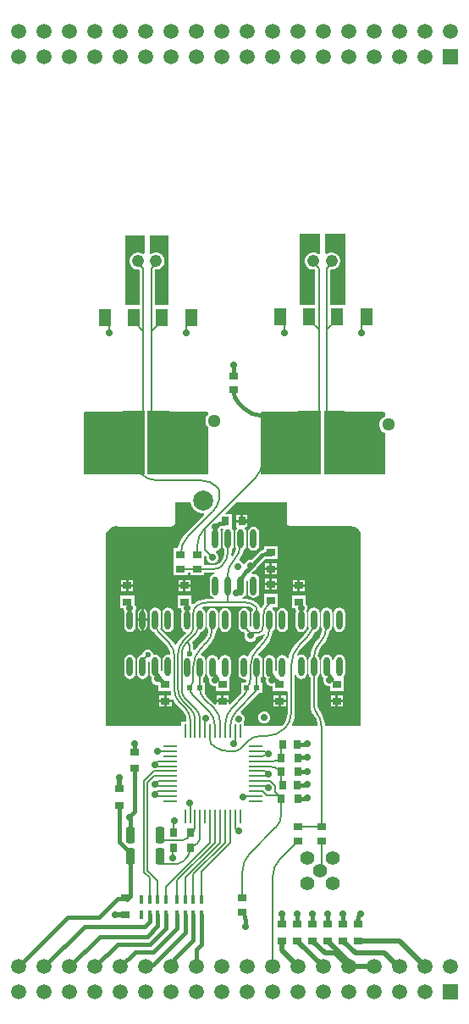
<source format=gtl>
G04*
G04 #@! TF.GenerationSoftware,Altium Limited,Altium Designer,21.8.1 (53)*
G04*
G04 Layer_Physical_Order=1*
G04 Layer_Color=255*
%FSLAX24Y24*%
%MOIN*%
G70*
G04*
G04 #@! TF.SameCoordinates,EDC69185-3C86-4443-AEAC-3931C59231B4*
G04*
G04*
G04 #@! TF.FilePolarity,Positive*
G04*
G01*
G75*
%ADD11C,0.0157*%
%ADD14C,0.0079*%
%ADD15C,0.0060*%
%ADD23R,0.0090X0.0535*%
%ADD24R,0.0535X0.0090*%
%ADD31C,0.0080*%
%ADD32C,0.0080*%
%ADD33O,0.0236X0.0748*%
%ADD34R,0.0354X0.0315*%
%ADD35R,0.0315X0.0354*%
G04:AMPARAMS|DCode=36|XSize=65mil|YSize=35.4mil|CornerRadius=8.9mil|HoleSize=0mil|Usage=FLASHONLY|Rotation=270.000|XOffset=0mil|YOffset=0mil|HoleType=Round|Shape=RoundedRectangle|*
%AMROUNDEDRECTD36*
21,1,0.0650,0.0177,0,0,270.0*
21,1,0.0472,0.0354,0,0,270.0*
1,1,0.0177,-0.0089,-0.0236*
1,1,0.0177,-0.0089,0.0236*
1,1,0.0177,0.0089,0.0236*
1,1,0.0177,0.0089,-0.0236*
%
%ADD36ROUNDEDRECTD36*%
%ADD37R,0.0177X0.0335*%
%ADD38R,0.0236X0.0197*%
%ADD39R,0.0453X0.0709*%
%ADD40C,0.0197*%
%ADD41C,0.0591*%
%ADD42R,0.0591X0.0591*%
%ADD43C,0.0551*%
%ADD44C,0.0478*%
%ADD45C,0.0276*%
%ADD46C,0.0236*%
%ADD47C,0.0787*%
%ADD48C,0.0512*%
G36*
X-4511Y10360D02*
X-4558Y10341D01*
X-4560Y10344D01*
X-4638Y10388D01*
X-4724Y10411D01*
X-4813D01*
X-4899Y10388D01*
X-4977Y10344D01*
X-5040Y10281D01*
X-5084Y10203D01*
X-5107Y10117D01*
Y10028D01*
X-5084Y9942D01*
X-5040Y9864D01*
X-4977Y9801D01*
X-4899Y9757D01*
X-4813Y9733D01*
X-4725D01*
X-4704Y9713D01*
Y8334D01*
X-5274D01*
X-5274Y8334D01*
Y8334D01*
X-5274Y8334D01*
X-5318Y8347D01*
Y11130D01*
X-4511D01*
Y10360D01*
D02*
G37*
G36*
X-11418D02*
X-11465Y10341D01*
X-11467Y10344D01*
X-11545Y10388D01*
X-11631Y10411D01*
X-11720D01*
X-11806Y10388D01*
X-11884Y10344D01*
X-11947Y10281D01*
X-11991Y10203D01*
X-12015Y10117D01*
Y10028D01*
X-11991Y9942D01*
X-11947Y9864D01*
X-11884Y9801D01*
X-11806Y9757D01*
X-11720Y9733D01*
X-11632D01*
X-11611Y9713D01*
Y8330D01*
X-12169D01*
Y11080D01*
X-11418D01*
Y10360D01*
D02*
G37*
G36*
X-3519Y8378D02*
X-3533Y8334D01*
X-4103D01*
Y9722D01*
X-4091Y9733D01*
X-4017D01*
X-3931Y9757D01*
X-3853Y9801D01*
X-3790Y9864D01*
X-3746Y9942D01*
X-3722Y10028D01*
Y10117D01*
X-3746Y10203D01*
X-3790Y10281D01*
X-3853Y10344D01*
X-3931Y10388D01*
X-4017Y10411D01*
X-4106D01*
X-4192Y10388D01*
X-4261Y10348D01*
X-4311Y10365D01*
Y10680D01*
Y11130D01*
X-3519D01*
Y8378D01*
D02*
G37*
G36*
X-10468Y8330D02*
X-11010D01*
Y9722D01*
X-10998Y9733D01*
X-10924D01*
X-10838Y9757D01*
X-10760Y9801D01*
X-10697Y9864D01*
X-10653Y9942D01*
X-10630Y10028D01*
Y10117D01*
X-10653Y10203D01*
X-10697Y10281D01*
X-10760Y10344D01*
X-10838Y10388D01*
X-10924Y10411D01*
X-11013D01*
X-11099Y10388D01*
X-11169Y10348D01*
X-11219Y10365D01*
Y10680D01*
Y11080D01*
X-10468D01*
Y8330D01*
D02*
G37*
G36*
X-4463Y1680D02*
X-6861D01*
Y4093D01*
X-6818Y4127D01*
X-6771D01*
X-6769Y4126D01*
Y4127D01*
X-5619D01*
Y4126D01*
X-5616Y4127D01*
X-5569D01*
X-5554Y4130D01*
X-5539D01*
X-5493Y4139D01*
X-5491Y4139D01*
X-5489Y4140D01*
X-5443Y4149D01*
X-5429Y4155D01*
X-5414Y4157D01*
X-5371Y4175D01*
X-5369Y4176D01*
X-5367Y4177D01*
X-5361Y4180D01*
X-4463D01*
Y1680D01*
D02*
G37*
G36*
X-11420Y1681D02*
X-11422Y1680D01*
X-13819D01*
Y4097D01*
X-13816Y4101D01*
X-13769Y4134D01*
X-13748Y4130D01*
X-13733D01*
X-13718Y4127D01*
X-13671D01*
X-13669Y4126D01*
Y4127D01*
X-12519D01*
Y4126D01*
X-12516Y4127D01*
X-12469D01*
X-12454Y4130D01*
X-12439D01*
X-12393Y4139D01*
X-12391Y4139D01*
X-12389Y4140D01*
X-12343Y4149D01*
X-12329Y4155D01*
X-12314Y4157D01*
X-12271Y4175D01*
X-12269Y4176D01*
X-12267Y4177D01*
X-12261Y4180D01*
X-11420D01*
Y1681D01*
D02*
G37*
G36*
X-3570Y4177D02*
X-3568Y4176D01*
X-3566Y4175D01*
X-3523Y4157D01*
X-3508Y4155D01*
X-3494Y4149D01*
X-3448Y4140D01*
X-3446Y4139D01*
X-3444Y4139D01*
X-3398Y4130D01*
X-3383D01*
X-3368Y4127D01*
X-3321D01*
X-3318Y4126D01*
Y4127D01*
X-2168D01*
Y4126D01*
X-2166Y4127D01*
X-2119D01*
X-2104Y4130D01*
X-2089D01*
X-2043Y4139D01*
X-2041Y4139D01*
X-2039Y4140D01*
X-2011Y4145D01*
X-1971Y4120D01*
X-1962Y4108D01*
X-1961Y4107D01*
Y3958D01*
X-2037Y3914D01*
X-2103Y3848D01*
X-2150Y3767D01*
X-2174Y3676D01*
Y3583D01*
X-2150Y3492D01*
X-2103Y3411D01*
X-2037Y3345D01*
X-1961Y3301D01*
Y1680D01*
X-4361D01*
Y4180D01*
X-3576D01*
X-3570Y4177D01*
D02*
G37*
G36*
X-10470D02*
X-10468Y4176D01*
X-10466Y4175D01*
X-10423Y4157D01*
X-10408Y4155D01*
X-10394Y4149D01*
X-10348Y4140D01*
X-10346Y4139D01*
X-10344Y4139D01*
X-10298Y4130D01*
X-10283D01*
X-10268Y4127D01*
X-10221D01*
X-10218Y4126D01*
Y4127D01*
X-9068D01*
Y4126D01*
X-9066Y4127D01*
X-9019D01*
X-9004Y4130D01*
X-8989D01*
X-8969Y4134D01*
X-8921Y4101D01*
X-8918Y4097D01*
Y4033D01*
X-8953Y3998D01*
X-9000Y3917D01*
X-9024Y3826D01*
Y3733D01*
X-9000Y3642D01*
X-8953Y3561D01*
X-8918Y3526D01*
Y1680D01*
X-11315D01*
X-11319Y1681D01*
Y4180D01*
X-10476D01*
X-10470Y4177D01*
D02*
G37*
G36*
X-9612Y565D02*
X-9579Y439D01*
X-9514Y326D01*
X-9422Y234D01*
X-9309Y169D01*
X-9183Y136D01*
X-9085D01*
X-9064Y86D01*
X-9807Y-657D01*
X-9808Y-657D01*
X-9924Y-793D01*
X-10018Y-946D01*
X-10087Y-1112D01*
X-10118Y-1241D01*
X-10276D01*
Y-1756D01*
X-10276D01*
Y-1793D01*
X-10276D01*
Y-2307D01*
X-9722D01*
Y-2193D01*
X-9626D01*
Y-2307D01*
X-9072D01*
Y-2193D01*
X-8681D01*
Y-2193D01*
X-8681Y-2193D01*
X-8674Y-2242D01*
X-8719Y-2251D01*
X-8791Y-2299D01*
X-8839Y-2372D01*
X-8856Y-2457D01*
Y-2968D01*
X-8839Y-3054D01*
X-8791Y-3126D01*
X-8719Y-3174D01*
X-8680Y-3182D01*
X-8685Y-3232D01*
X-8966D01*
Y-3230D01*
X-9128Y-3246D01*
X-9283Y-3293D01*
X-9426Y-3370D01*
X-9448Y-3388D01*
X-9486Y-3418D01*
X-9499Y-3425D01*
X-9506Y-3434D01*
X-9568Y-3433D01*
X-9572Y-3430D01*
Y-3090D01*
X-10126D01*
Y-3605D01*
X-9987D01*
Y-3636D01*
X-9953Y-3718D01*
X-9955Y-3721D01*
X-9972Y-3806D01*
Y-4318D01*
X-9955Y-4403D01*
X-9906Y-4475D01*
X-9834Y-4524D01*
X-9804Y-4530D01*
X-9787Y-4584D01*
X-10004Y-4801D01*
X-10004Y-4801D01*
X-10005Y-4800D01*
X-10106Y-4923D01*
X-10167Y-5037D01*
X-10224D01*
X-10245Y-4998D01*
X-10347Y-4873D01*
X-10347Y-4873D01*
X-10384Y-4838D01*
X-10723Y-4498D01*
X-10723Y-4498D01*
X-10724Y-4498D01*
X-10728Y-4495D01*
X-10797Y-4405D01*
X-10800Y-4399D01*
X-10794Y-4390D01*
X-10777Y-4305D01*
Y-3793D01*
X-10794Y-3708D01*
X-10842Y-3636D01*
X-10914Y-3588D01*
X-10999Y-3571D01*
X-11084Y-3588D01*
X-11156Y-3636D01*
X-11205Y-3708D01*
X-11222Y-3793D01*
Y-4305D01*
X-11205Y-4390D01*
X-11156Y-4462D01*
X-11084Y-4511D01*
X-11057Y-4516D01*
X-11018Y-4589D01*
X-10957Y-4663D01*
X-10926Y-4700D01*
X-10926Y-4701D01*
X-10925Y-4700D01*
X-10585Y-5041D01*
X-10550Y-5075D01*
X-10519Y-5112D01*
X-10462Y-5186D01*
X-10408Y-5317D01*
X-10398Y-5393D01*
X-10443Y-5432D01*
X-10499Y-5421D01*
X-10584Y-5438D01*
X-10656Y-5486D01*
X-10705Y-5559D01*
X-10722Y-5644D01*
Y-6046D01*
X-10772Y-6069D01*
X-10777Y-6064D01*
Y-5644D01*
X-10794Y-5559D01*
X-10842Y-5486D01*
X-10914Y-5438D01*
X-10999Y-5421D01*
X-11029Y-5427D01*
X-11068Y-5396D01*
Y-5393D01*
X-11101Y-5312D01*
X-11163Y-5251D01*
X-11243Y-5218D01*
X-11330D01*
X-11410Y-5251D01*
X-11471Y-5312D01*
X-11504Y-5393D01*
Y-5422D01*
X-11584Y-5438D01*
X-11656Y-5486D01*
X-11705Y-5559D01*
X-11722Y-5644D01*
Y-6156D01*
X-11705Y-6241D01*
X-11656Y-6313D01*
X-11584Y-6361D01*
X-11499Y-6378D01*
X-11414Y-6361D01*
X-11342Y-6313D01*
X-11294Y-6241D01*
X-11277Y-6156D01*
Y-5686D01*
X-11272Y-5684D01*
X-11222Y-5717D01*
Y-6156D01*
X-11205Y-6241D01*
X-11156Y-6313D01*
X-11137Y-6326D01*
X-11137Y-6327D01*
Y-6422D01*
X-11101Y-6509D01*
X-11034Y-6576D01*
X-10947Y-6612D01*
X-10876D01*
Y-6859D01*
X-10386D01*
X-10376Y-6965D01*
X-10369Y-6988D01*
X-10406Y-7038D01*
X-10545D01*
Y-7205D01*
X-10358D01*
Y-7179D01*
X-10308Y-7167D01*
X-10237Y-7299D01*
X-10153Y-7401D01*
X-10123Y-7439D01*
X-10122Y-7439D01*
X-10121Y-7438D01*
X-9892Y-7667D01*
X-9892Y-7667D01*
X-9892Y-7667D01*
X-9862Y-7705D01*
X-9825Y-7753D01*
X-9783Y-7853D01*
X-9769Y-7957D01*
X-9770Y-7961D01*
Y-8057D01*
X-9969D01*
Y-8224D01*
X-12946D01*
Y-724D01*
X-12945Y-707D01*
X-12940Y-669D01*
X-12931Y-620D01*
X-12921Y-596D01*
X-12724Y-399D01*
X-12700Y-389D01*
X-12650Y-379D01*
X-12613Y-374D01*
X-12595Y-373D01*
X-12485D01*
X-12465Y-377D01*
X-12465Y-377D01*
Y-377D01*
X-10372D01*
X-10372Y-377D01*
X-10372Y-377D01*
X-10345Y-372D01*
X-10343Y-372D01*
X-10313Y-366D01*
X-10313Y-366D01*
X-10312Y-365D01*
X-10312Y-365D01*
X-10312Y-365D01*
X-10312Y-365D01*
X-10312Y-365D01*
X-10288Y-349D01*
X-10262Y-332D01*
X-10262Y-332D01*
X-10262Y-332D01*
X-10262Y-332D01*
X-10261Y-331D01*
X-10261Y-331D01*
X-10261Y-331D01*
X-10245Y-307D01*
X-10228Y-281D01*
X-10228Y-281D01*
X-10227Y-281D01*
X-10227Y-280D01*
X-10227Y-280D01*
X-10227Y-280D01*
X-10227Y-280D01*
X-10221Y-250D01*
X-10221Y-249D01*
X-10216Y-221D01*
X-10215Y-220D01*
X-10216D01*
Y176D01*
Y576D01*
X-10212Y580D01*
X-9612D01*
Y565D01*
D02*
G37*
G36*
X-8326Y-501D02*
X-8339Y-521D01*
X-8356Y-606D01*
Y-1118D01*
X-8339Y-1203D01*
X-8291Y-1275D01*
X-8276Y-1285D01*
Y-1354D01*
X-8276Y-1357D01*
X-8288Y-1482D01*
X-8326Y-1606D01*
X-8387Y-1720D01*
X-8467Y-1818D01*
X-8469Y-1820D01*
X-8470Y-1820D01*
X-8531Y-1867D01*
X-8604Y-1897D01*
X-8680Y-1907D01*
X-8681Y-1907D01*
X-9072D01*
Y-1793D01*
X-9072D01*
Y-1756D01*
X-9072D01*
Y-1545D01*
X-9026Y-1526D01*
X-8988Y-1564D01*
Y-1647D01*
X-8952Y-1735D01*
X-8885Y-1802D01*
X-8797Y-1838D01*
X-8703D01*
X-8615Y-1802D01*
X-8548Y-1735D01*
X-8512Y-1647D01*
Y-1553D01*
X-8548Y-1465D01*
X-8615Y-1398D01*
X-8618Y-1388D01*
X-8581Y-1330D01*
X-8549Y-1324D01*
X-8476Y-1275D01*
X-8428Y-1203D01*
X-8411Y-1118D01*
Y-606D01*
X-8428Y-521D01*
X-8437Y-508D01*
X-8415Y-455D01*
X-8411Y-451D01*
X-8352D01*
X-8326Y-501D01*
D02*
G37*
G36*
X-5821Y576D02*
Y180D01*
Y-220D01*
X-5810Y-279D01*
X-5777Y-329D01*
X-5727Y-362D01*
X-5669Y-373D01*
X-3253D01*
X-3236Y-374D01*
X-3198Y-379D01*
X-3149Y-389D01*
X-3086Y-415D01*
X-3044Y-443D01*
X-3023Y-459D01*
X-2988Y-495D01*
X-2972Y-515D01*
X-2944Y-557D01*
X-2918Y-620D01*
X-2908Y-670D01*
X-2903Y-707D01*
X-2902Y-724D01*
Y-8224D01*
X-4311D01*
X-4320Y-8110D01*
X-4362Y-7935D01*
X-4430Y-7769D01*
X-4524Y-7617D01*
X-4551Y-7585D01*
X-4555Y-7579D01*
X-4582Y-7540D01*
X-4594Y-7522D01*
X-4607Y-7458D01*
X-4607Y-7455D01*
Y-6322D01*
X-4592Y-6313D01*
X-4544Y-6241D01*
X-4527Y-6156D01*
Y-5644D01*
X-4544Y-5559D01*
X-4592Y-5486D01*
X-4603Y-5479D01*
X-4594Y-5389D01*
X-4553Y-5255D01*
X-4488Y-5132D01*
X-4430Y-5063D01*
X-4397Y-5026D01*
X-4397Y-5026D01*
X-4284Y-4888D01*
X-4200Y-4731D01*
X-4148Y-4560D01*
X-4142Y-4496D01*
X-4092Y-4462D01*
X-4044Y-4390D01*
X-4027Y-4305D01*
Y-3793D01*
X-4044Y-3708D01*
X-4092Y-3636D01*
X-4164Y-3588D01*
X-4249Y-3571D01*
X-4334Y-3588D01*
X-4406Y-3636D01*
X-4455Y-3708D01*
X-4472Y-3793D01*
Y-4305D01*
X-4455Y-4390D01*
X-4422Y-4439D01*
X-4429Y-4504D01*
X-4464Y-4622D01*
X-4522Y-4729D01*
X-4568Y-4786D01*
X-4602Y-4822D01*
X-4602Y-4822D01*
X-4726Y-4973D01*
X-4818Y-5146D01*
X-4875Y-5333D01*
X-4889Y-5475D01*
X-4906Y-5486D01*
X-4955Y-5559D01*
X-4972Y-5644D01*
Y-6156D01*
X-4955Y-6241D01*
X-4906Y-6313D01*
X-4892Y-6322D01*
Y-7455D01*
X-4893D01*
X-4877Y-7574D01*
X-4831Y-7686D01*
X-4804Y-7722D01*
X-4802Y-7724D01*
X-4805Y-7726D01*
X-4735Y-7811D01*
X-4655Y-7960D01*
X-4607Y-8121D01*
X-4600Y-8187D01*
X-4634Y-8224D01*
X-5597D01*
X-5622Y-8182D01*
X-5580Y-8103D01*
X-5524Y-7916D01*
X-5504Y-7721D01*
X-5507D01*
Y-6236D01*
X-5457Y-6231D01*
X-5455Y-6241D01*
X-5406Y-6313D01*
X-5334Y-6361D01*
X-5249Y-6378D01*
X-5164Y-6361D01*
X-5092Y-6313D01*
X-5044Y-6241D01*
X-5027Y-6156D01*
Y-5644D01*
X-5044Y-5559D01*
X-5092Y-5486D01*
X-5164Y-5438D01*
X-5249Y-5421D01*
X-5334Y-5438D01*
X-5374Y-5465D01*
X-5412Y-5430D01*
X-5336Y-5287D01*
X-5213Y-5138D01*
X-5205Y-5132D01*
X-4941Y-4868D01*
X-4941Y-4869D01*
X-4824Y-4732D01*
X-4730Y-4579D01*
X-4705Y-4519D01*
X-4664Y-4511D01*
X-4592Y-4462D01*
X-4544Y-4390D01*
X-4527Y-4305D01*
Y-3793D01*
X-4544Y-3708D01*
X-4592Y-3636D01*
X-4664Y-3588D01*
X-4749Y-3571D01*
X-4834Y-3588D01*
X-4906Y-3636D01*
X-4955Y-3708D01*
X-4972Y-3793D01*
Y-4305D01*
X-4955Y-4388D01*
X-4955Y-4389D01*
X-5035Y-4538D01*
X-5138Y-4663D01*
X-5143Y-4666D01*
X-5407Y-4931D01*
X-5407Y-4931D01*
X-5408Y-4930D01*
X-5542Y-5087D01*
X-5650Y-5262D01*
X-5729Y-5453D01*
X-5752Y-5547D01*
X-5805Y-5555D01*
X-5842Y-5499D01*
X-5914Y-5451D01*
X-5999Y-5434D01*
X-6084Y-5451D01*
X-6156Y-5499D01*
X-6205Y-5572D01*
X-6222Y-5657D01*
Y-6052D01*
X-6272Y-6075D01*
X-6277Y-6071D01*
Y-5657D01*
X-6294Y-5572D01*
X-6342Y-5499D01*
X-6414Y-5451D01*
X-6499Y-5434D01*
X-6584Y-5451D01*
X-6656Y-5499D01*
X-6705Y-5572D01*
X-6722Y-5657D01*
Y-6169D01*
X-6705Y-6254D01*
X-6656Y-6326D01*
X-6625Y-6347D01*
X-6637Y-6377D01*
Y-6472D01*
X-6601Y-6559D01*
X-6534Y-6626D01*
X-6447Y-6662D01*
X-6376D01*
Y-6859D01*
X-5822D01*
X-5792Y-6897D01*
Y-7721D01*
X-5791Y-7725D01*
X-5804Y-7860D01*
X-5845Y-7993D01*
X-5911Y-8116D01*
X-5968Y-8187D01*
X-6000Y-8224D01*
X-6000Y-8224D01*
X-6001Y-8224D01*
X-7514D01*
Y-8100D01*
X-7498Y-8085D01*
X-7462Y-7997D01*
Y-7903D01*
X-7498Y-7815D01*
X-7565Y-7748D01*
X-7627Y-7723D01*
X-7628Y-7722D01*
X-7639Y-7666D01*
X-7010Y-7037D01*
X-6974Y-7002D01*
X-6963Y-6989D01*
X-6958Y-6981D01*
X-6958Y-6981D01*
X-6954Y-6976D01*
X-6945Y-6964D01*
X-6913Y-6923D01*
X-6784D01*
Y-6526D01*
X-6857D01*
Y-6335D01*
X-6842Y-6326D01*
X-6794Y-6254D01*
X-6777Y-6169D01*
Y-5657D01*
X-6794Y-5572D01*
X-6842Y-5499D01*
X-6914Y-5451D01*
X-6933Y-5447D01*
X-6949Y-5393D01*
X-6861Y-5286D01*
X-6855Y-5282D01*
X-6684Y-5111D01*
X-6647Y-5077D01*
X-6647Y-5077D01*
X-6523Y-4925D01*
X-6430Y-4753D01*
X-6374Y-4566D01*
X-6366Y-4492D01*
X-6342Y-4475D01*
X-6294Y-4403D01*
X-6277Y-4318D01*
Y-3806D01*
X-6294Y-3721D01*
X-6342Y-3649D01*
X-6368Y-3631D01*
X-6379Y-3564D01*
X-6371Y-3555D01*
X-6172D01*
Y-3040D01*
X-6726D01*
Y-3436D01*
X-6758Y-3475D01*
X-6815Y-3580D01*
X-6866Y-3571D01*
X-6867Y-3564D01*
X-6899Y-3488D01*
X-6948Y-3424D01*
X-6948Y-3424D01*
X-6948Y-3423D01*
X-7047Y-3342D01*
X-7161Y-3281D01*
X-7284Y-3244D01*
X-7411Y-3231D01*
Y-3232D01*
X-7583D01*
X-7588Y-3182D01*
X-7549Y-3174D01*
X-7476Y-3126D01*
X-7428Y-3054D01*
X-7411Y-2968D01*
Y-2518D01*
X-7406Y-2513D01*
X-7356Y-2534D01*
Y-2968D01*
X-7339Y-3054D01*
X-7291Y-3126D01*
X-7219Y-3174D01*
X-7134Y-3191D01*
X-7049Y-3174D01*
X-6976Y-3126D01*
X-6928Y-3054D01*
X-6911Y-2968D01*
Y-2457D01*
X-6928Y-2372D01*
X-6976Y-2299D01*
X-7049Y-2251D01*
X-7134Y-2234D01*
X-7192Y-2246D01*
X-7217Y-2200D01*
X-7163Y-2146D01*
X-7115Y-2126D01*
X-7048Y-2059D01*
X-7027Y-2010D01*
X-6676Y-1659D01*
X-6172D01*
Y-1144D01*
X-6726D01*
Y-1283D01*
X-6735Y-1284D01*
X-6839Y-1327D01*
X-6928Y-1395D01*
X-6928Y-1396D01*
X-7219Y-1687D01*
X-7297D01*
X-7384Y-1723D01*
X-7451Y-1790D01*
X-7478Y-1855D01*
X-7532D01*
X-7548Y-1815D01*
X-7615Y-1748D01*
X-7667Y-1727D01*
X-7682Y-1666D01*
X-7673Y-1655D01*
X-7580Y-1482D01*
X-7528Y-1310D01*
X-7476Y-1275D01*
X-7428Y-1203D01*
X-7411Y-1118D01*
Y-606D01*
X-7428Y-521D01*
X-7473Y-454D01*
X-7461Y-404D01*
X-7370D01*
Y-217D01*
X-7588D01*
X-7805D01*
Y-404D01*
X-7805D01*
X-7794Y-454D01*
X-7839Y-521D01*
X-7856Y-606D01*
Y-1118D01*
X-7839Y-1203D01*
X-7808Y-1250D01*
X-7845Y-1373D01*
X-7911Y-1496D01*
X-7952Y-1547D01*
X-8003Y-1538D01*
X-8007Y-1534D01*
X-7989Y-1354D01*
X-7991D01*
Y-1285D01*
X-7976Y-1275D01*
X-7928Y-1203D01*
X-7911Y-1118D01*
Y-606D01*
X-7928Y-521D01*
X-7976Y-449D01*
X-7984Y-444D01*
Y107D01*
X-8224D01*
X-8243Y153D01*
X-7817Y580D01*
X-5825D01*
X-5821Y576D01*
D02*
G37*
G36*
X-8966Y-3517D02*
X-7411D01*
X-7409Y-3517D01*
X-7315Y-3529D01*
X-7226Y-3566D01*
X-7188Y-3595D01*
X-7177Y-3604D01*
X-7156Y-3649D01*
X-7205Y-3721D01*
X-7222Y-3806D01*
Y-4287D01*
X-7223Y-4289D01*
X-7272Y-4311D01*
X-7277Y-4307D01*
Y-3806D01*
X-7294Y-3721D01*
X-7342Y-3649D01*
X-7414Y-3601D01*
X-7499Y-3584D01*
X-7584Y-3601D01*
X-7656Y-3649D01*
X-7705Y-3721D01*
X-7722Y-3806D01*
Y-4318D01*
X-7705Y-4403D01*
X-7656Y-4475D01*
X-7584Y-4524D01*
X-7502Y-4540D01*
X-7472Y-4579D01*
X-7477Y-4604D01*
X-7487Y-4627D01*
Y-4722D01*
X-7451Y-4809D01*
X-7384Y-4876D01*
X-7297Y-4912D01*
X-7202D01*
X-7115Y-4876D01*
X-7048Y-4809D01*
X-7011Y-4722D01*
Y-4716D01*
X-6909Y-4702D01*
X-6794Y-4654D01*
X-6737Y-4611D01*
X-6694Y-4641D01*
X-6695Y-4643D01*
X-6761Y-4766D01*
X-6818Y-4837D01*
X-6850Y-4873D01*
X-6850Y-4874D01*
X-7057Y-5081D01*
X-7058Y-5080D01*
X-7174Y-5217D01*
X-7268Y-5369D01*
X-7308Y-5467D01*
X-7369Y-5482D01*
X-7414Y-5451D01*
X-7499Y-5434D01*
X-7584Y-5451D01*
X-7656Y-5499D01*
X-7705Y-5572D01*
X-7722Y-5657D01*
Y-6169D01*
X-7705Y-6254D01*
X-7656Y-6326D01*
X-7584Y-6374D01*
X-7499Y-6391D01*
X-7443Y-6380D01*
X-7397Y-6418D01*
X-7403Y-6463D01*
X-7429Y-6526D01*
X-7614D01*
Y-6919D01*
X-7630Y-6948D01*
X-7639Y-6963D01*
X-8057Y-7381D01*
X-8058Y-7380D01*
X-8061Y-7384D01*
X-8108Y-7367D01*
Y-7305D01*
X-8345D01*
X-8582D01*
Y-7374D01*
X-8629Y-7393D01*
X-8942Y-7080D01*
X-8977Y-7045D01*
X-9008Y-7008D01*
X-9034Y-6973D01*
X-9034Y-6923D01*
X-9034Y-6923D01*
X-9034Y-6923D01*
Y-6526D01*
X-9107D01*
Y-6335D01*
X-9092Y-6326D01*
X-9044Y-6254D01*
X-9027Y-6169D01*
Y-5657D01*
X-9044Y-5572D01*
X-9092Y-5499D01*
X-9164Y-5451D01*
X-9183Y-5447D01*
X-9199Y-5393D01*
X-9111Y-5286D01*
X-9105Y-5282D01*
X-8934Y-5111D01*
X-8897Y-5077D01*
X-8897Y-5077D01*
X-8773Y-4925D01*
X-8680Y-4753D01*
X-8624Y-4566D01*
X-8616Y-4492D01*
X-8592Y-4475D01*
X-8544Y-4403D01*
X-8527Y-4318D01*
Y-3806D01*
X-8544Y-3721D01*
X-8592Y-3649D01*
X-8664Y-3601D01*
X-8749Y-3584D01*
X-8834Y-3601D01*
X-8906Y-3649D01*
X-8955Y-3721D01*
X-8972Y-3806D01*
Y-4318D01*
X-8955Y-4403D01*
X-8906Y-4475D01*
X-8901Y-4479D01*
X-8904Y-4510D01*
X-8945Y-4643D01*
X-9011Y-4766D01*
X-9068Y-4837D01*
X-9100Y-4873D01*
X-9100Y-4874D01*
X-9307Y-5081D01*
X-9308Y-5080D01*
X-9420Y-5211D01*
X-9458Y-5217D01*
X-9476Y-5217D01*
X-9507Y-5190D01*
Y-5051D01*
X-9507Y-5051D01*
X-9518Y-4996D01*
X-9549Y-4950D01*
X-9524Y-4908D01*
X-9343Y-4727D01*
X-9329Y-4713D01*
X-9327Y-4711D01*
X-9304Y-4694D01*
X-9303Y-4690D01*
X-9277Y-4647D01*
X-9243Y-4606D01*
X-9203Y-4531D01*
X-9164Y-4524D01*
X-9092Y-4475D01*
X-9044Y-4403D01*
X-9027Y-4318D01*
Y-3806D01*
X-9044Y-3721D01*
X-9092Y-3649D01*
X-9155Y-3607D01*
X-9159Y-3555D01*
X-9107Y-3533D01*
X-8974Y-3516D01*
X-8966Y-3517D01*
D02*
G37*
%LPC*%
G36*
X-9616Y-2476D02*
X-9803D01*
Y-2644D01*
X-9616D01*
Y-2476D01*
D02*
G37*
G36*
X-9903D02*
X-10090D01*
Y-2644D01*
X-9903D01*
Y-2476D01*
D02*
G37*
G36*
X-11866D02*
X-12053D01*
Y-2644D01*
X-11866D01*
Y-2476D01*
D02*
G37*
G36*
X-12153D02*
X-12340D01*
Y-2644D01*
X-12153D01*
Y-2476D01*
D02*
G37*
G36*
X-9616Y-2744D02*
X-9803D01*
Y-2911D01*
X-9616D01*
Y-2744D01*
D02*
G37*
G36*
X-9903D02*
X-10090D01*
Y-2911D01*
X-9903D01*
Y-2744D01*
D02*
G37*
G36*
X-11866D02*
X-12053D01*
Y-2911D01*
X-11866D01*
Y-2744D01*
D02*
G37*
G36*
X-12153D02*
X-12340D01*
Y-2911D01*
X-12153D01*
Y-2744D01*
D02*
G37*
G36*
X-11449Y-3622D02*
Y-3999D01*
X-11318D01*
Y-3793D01*
X-11331Y-3724D01*
X-11371Y-3665D01*
X-11430Y-3626D01*
X-11449Y-3622D01*
D02*
G37*
G36*
X-11549D02*
X-11569Y-3626D01*
X-11628Y-3665D01*
X-11667Y-3724D01*
X-11681Y-3793D01*
Y-3999D01*
X-11549D01*
Y-3622D01*
D02*
G37*
G36*
X-11318Y-4099D02*
X-11449D01*
Y-4477D01*
X-11430Y-4473D01*
X-11371Y-4434D01*
X-11331Y-4375D01*
X-11318Y-4305D01*
Y-4099D01*
D02*
G37*
G36*
X-11549D02*
X-11681D01*
Y-4305D01*
X-11667Y-4375D01*
X-11628Y-4434D01*
X-11569Y-4473D01*
X-11549Y-4477D01*
Y-4099D01*
D02*
G37*
G36*
X-10499Y-3571D02*
X-10584Y-3588D01*
X-10656Y-3636D01*
X-10705Y-3708D01*
X-10722Y-3793D01*
Y-4305D01*
X-10705Y-4390D01*
X-10656Y-4462D01*
X-10584Y-4511D01*
X-10499Y-4527D01*
X-10414Y-4511D01*
X-10342Y-4462D01*
X-10294Y-4390D01*
X-10277Y-4305D01*
Y-3793D01*
X-10294Y-3708D01*
X-10342Y-3636D01*
X-10414Y-3588D01*
X-10499Y-3571D01*
D02*
G37*
G36*
X-11822Y-3090D02*
X-12376D01*
Y-3605D01*
X-12237D01*
Y-3636D01*
X-12205Y-3712D01*
X-12222Y-3793D01*
Y-4305D01*
X-12205Y-4390D01*
X-12156Y-4462D01*
X-12084Y-4511D01*
X-11999Y-4527D01*
X-11914Y-4511D01*
X-11842Y-4462D01*
X-11794Y-4390D01*
X-11777Y-4305D01*
Y-3793D01*
X-11793Y-3712D01*
X-11761Y-3636D01*
Y-3541D01*
X-11798Y-3454D01*
X-11822Y-3430D01*
Y-3090D01*
D02*
G37*
G36*
X-11999Y-5421D02*
X-12084Y-5438D01*
X-12156Y-5486D01*
X-12205Y-5559D01*
X-12222Y-5644D01*
Y-6156D01*
X-12205Y-6241D01*
X-12156Y-6313D01*
X-12084Y-6361D01*
X-11999Y-6378D01*
X-11914Y-6361D01*
X-11842Y-6313D01*
X-11794Y-6241D01*
X-11777Y-6156D01*
Y-5644D01*
X-11794Y-5559D01*
X-11842Y-5486D01*
X-11914Y-5438D01*
X-11999Y-5421D01*
D02*
G37*
G36*
X-10645Y-7038D02*
X-10832D01*
Y-7205D01*
X-10645D01*
Y-7038D01*
D02*
G37*
G36*
X-10358Y-7305D02*
X-10545D01*
Y-7473D01*
X-10358D01*
Y-7305D01*
D02*
G37*
G36*
X-10645D02*
X-10832D01*
Y-7473D01*
X-10645D01*
Y-7305D01*
D02*
G37*
G36*
X-7370Y71D02*
X-7538D01*
Y-117D01*
X-7370D01*
Y71D01*
D02*
G37*
G36*
X-7638D02*
X-7805D01*
Y-117D01*
X-7638D01*
Y71D01*
D02*
G37*
G36*
X-7134Y-384D02*
X-7219Y-401D01*
X-7291Y-449D01*
X-7339Y-521D01*
X-7356Y-606D01*
Y-1118D01*
X-7339Y-1203D01*
X-7291Y-1275D01*
X-7219Y-1324D01*
X-7134Y-1340D01*
X-7049Y-1324D01*
X-6976Y-1275D01*
X-6928Y-1203D01*
X-6911Y-1118D01*
Y-606D01*
X-6928Y-521D01*
X-6976Y-449D01*
X-7049Y-401D01*
X-7134Y-384D01*
D02*
G37*
G36*
X-6208Y-1838D02*
X-6395D01*
Y-2005D01*
X-6208D01*
Y-1838D01*
D02*
G37*
G36*
X-6495D02*
X-6682D01*
Y-2005D01*
X-6495D01*
Y-1838D01*
D02*
G37*
G36*
X-6208Y-2105D02*
X-6395D01*
Y-2273D01*
X-6208D01*
Y-2105D01*
D02*
G37*
G36*
X-6495D02*
X-6682D01*
Y-2273D01*
X-6495D01*
Y-2105D01*
D02*
G37*
G36*
X-6216Y-2426D02*
X-6403D01*
Y-2594D01*
X-6216D01*
Y-2426D01*
D02*
G37*
G36*
X-6503D02*
X-6690D01*
Y-2594D01*
X-6503D01*
Y-2426D01*
D02*
G37*
G36*
X-5116Y-2476D02*
X-5303D01*
Y-2644D01*
X-5116D01*
Y-2476D01*
D02*
G37*
G36*
X-5403D02*
X-5590D01*
Y-2644D01*
X-5403D01*
Y-2476D01*
D02*
G37*
G36*
X-6216Y-2694D02*
X-6403D01*
Y-2861D01*
X-6216D01*
Y-2694D01*
D02*
G37*
G36*
X-6503D02*
X-6690D01*
Y-2861D01*
X-6503D01*
Y-2694D01*
D02*
G37*
G36*
X-5116Y-2744D02*
X-5303D01*
Y-2911D01*
X-5116D01*
Y-2744D01*
D02*
G37*
G36*
X-5403D02*
X-5590D01*
Y-2911D01*
X-5403D01*
Y-2744D01*
D02*
G37*
G36*
X-3749Y-3571D02*
X-3834Y-3588D01*
X-3906Y-3636D01*
X-3955Y-3708D01*
X-3972Y-3793D01*
Y-4305D01*
X-3955Y-4390D01*
X-3906Y-4462D01*
X-3834Y-4511D01*
X-3749Y-4527D01*
X-3664Y-4511D01*
X-3592Y-4462D01*
X-3544Y-4390D01*
X-3527Y-4305D01*
Y-3793D01*
X-3544Y-3708D01*
X-3592Y-3636D01*
X-3664Y-3588D01*
X-3749Y-3571D01*
D02*
G37*
G36*
X-5072Y-3090D02*
X-5626D01*
Y-3605D01*
X-5487D01*
Y-3636D01*
X-5455Y-3712D01*
X-5472Y-3793D01*
Y-4305D01*
X-5455Y-4390D01*
X-5406Y-4462D01*
X-5334Y-4511D01*
X-5249Y-4527D01*
X-5164Y-4511D01*
X-5092Y-4462D01*
X-5044Y-4390D01*
X-5027Y-4305D01*
Y-3793D01*
X-5043Y-3712D01*
X-5011Y-3636D01*
Y-3541D01*
X-5048Y-3454D01*
X-5072Y-3430D01*
Y-3090D01*
D02*
G37*
G36*
X-5999Y-3584D02*
X-6084Y-3601D01*
X-6156Y-3649D01*
X-6205Y-3721D01*
X-6222Y-3806D01*
Y-4318D01*
X-6205Y-4403D01*
X-6156Y-4475D01*
X-6084Y-4524D01*
X-5999Y-4540D01*
X-5914Y-4524D01*
X-5842Y-4475D01*
X-5794Y-4403D01*
X-5777Y-4318D01*
Y-3806D01*
X-5794Y-3721D01*
X-5842Y-3649D01*
X-5914Y-3601D01*
X-5999Y-3584D01*
D02*
G37*
G36*
X-3749Y-5421D02*
X-3834Y-5438D01*
X-3906Y-5486D01*
X-3955Y-5559D01*
X-3972Y-5644D01*
Y-6046D01*
X-4022Y-6069D01*
X-4027Y-6064D01*
Y-5644D01*
X-4044Y-5559D01*
X-4092Y-5486D01*
X-4164Y-5438D01*
X-4249Y-5421D01*
X-4334Y-5438D01*
X-4406Y-5486D01*
X-4455Y-5559D01*
X-4472Y-5644D01*
Y-6156D01*
X-4455Y-6241D01*
X-4406Y-6313D01*
X-4370Y-6337D01*
X-4387Y-6377D01*
Y-6472D01*
X-4351Y-6559D01*
X-4284Y-6626D01*
X-4197Y-6662D01*
X-4126D01*
Y-6859D01*
X-3572D01*
Y-6344D01*
X-3572Y-6344D01*
X-3572D01*
X-3579Y-6294D01*
X-3544Y-6241D01*
X-3527Y-6156D01*
Y-5644D01*
X-3544Y-5559D01*
X-3592Y-5486D01*
X-3664Y-5438D01*
X-3749Y-5421D01*
D02*
G37*
G36*
X-5858Y-7038D02*
X-6045D01*
Y-7205D01*
X-5858D01*
Y-7038D01*
D02*
G37*
G36*
X-3608D02*
X-3795D01*
Y-7205D01*
X-3608D01*
Y-7038D01*
D02*
G37*
G36*
X-6145D02*
X-6332D01*
Y-7205D01*
X-6145D01*
Y-7038D01*
D02*
G37*
G36*
X-3895D02*
X-4082D01*
Y-7205D01*
X-3895D01*
Y-7038D01*
D02*
G37*
G36*
X-3608Y-7305D02*
X-3795D01*
Y-7473D01*
X-3608D01*
Y-7305D01*
D02*
G37*
G36*
X-3895D02*
X-4082D01*
Y-7473D01*
X-3895D01*
Y-7305D01*
D02*
G37*
G36*
X-5858D02*
X-6045D01*
Y-7473D01*
X-5858D01*
Y-7305D01*
D02*
G37*
G36*
X-6145D02*
X-6332D01*
Y-7473D01*
X-6145D01*
Y-7305D01*
D02*
G37*
G36*
X-6653Y-7662D02*
X-6747D01*
X-6835Y-7698D01*
X-6902Y-7765D01*
X-6938Y-7853D01*
Y-7947D01*
X-6902Y-8035D01*
X-6835Y-8102D01*
X-6747Y-8138D01*
X-6653D01*
X-6565Y-8102D01*
X-6498Y-8035D01*
X-6462Y-7947D01*
Y-7853D01*
X-6498Y-7765D01*
X-6565Y-7698D01*
X-6653Y-7662D01*
D02*
G37*
G36*
X-8249Y-3584D02*
X-8334Y-3601D01*
X-8406Y-3649D01*
X-8455Y-3721D01*
X-8472Y-3806D01*
Y-4318D01*
X-8455Y-4403D01*
X-8406Y-4475D01*
X-8334Y-4524D01*
X-8249Y-4540D01*
X-8164Y-4524D01*
X-8092Y-4475D01*
X-8044Y-4403D01*
X-8027Y-4318D01*
Y-3806D01*
X-8044Y-3721D01*
X-8092Y-3649D01*
X-8164Y-3601D01*
X-8249Y-3584D01*
D02*
G37*
G36*
Y-5434D02*
X-8334Y-5451D01*
X-8406Y-5499D01*
X-8455Y-5572D01*
X-8472Y-5657D01*
Y-6052D01*
X-8522Y-6075D01*
X-8527Y-6071D01*
Y-5657D01*
X-8544Y-5572D01*
X-8592Y-5499D01*
X-8664Y-5451D01*
X-8749Y-5434D01*
X-8834Y-5451D01*
X-8906Y-5499D01*
X-8955Y-5572D01*
X-8972Y-5657D01*
Y-6169D01*
X-8955Y-6254D01*
X-8906Y-6326D01*
X-8875Y-6347D01*
X-8887Y-6377D01*
Y-6472D01*
X-8851Y-6559D01*
X-8784Y-6626D01*
X-8697Y-6662D01*
X-8626D01*
Y-6859D01*
X-8072D01*
Y-6344D01*
X-8072Y-6344D01*
X-8072D01*
X-8071Y-6294D01*
X-8044Y-6254D01*
X-8027Y-6169D01*
Y-5657D01*
X-8044Y-5572D01*
X-8092Y-5499D01*
X-8164Y-5451D01*
X-8249Y-5434D01*
D02*
G37*
G36*
X-8108Y-7038D02*
X-8295D01*
Y-7205D01*
X-8108D01*
Y-7038D01*
D02*
G37*
G36*
X-8395D02*
X-8582D01*
Y-7205D01*
X-8395D01*
Y-7038D01*
D02*
G37*
%LPD*%
D11*
X-10999Y-5900D02*
G03*
X-10786Y-6415I729J0D01*
G01*
X-5096Y-10564D02*
G03*
X-4999Y-10524I0J137D01*
G01*
X-5120Y-8974D02*
G03*
X-4999Y-8924I0J171D01*
G01*
X-6623Y-1452D02*
G03*
X-6799Y-1524I0J-249D01*
G01*
X-6714Y-459D02*
G03*
X-7421Y-167I-707J-707D01*
G01*
X-7918Y4967D02*
G03*
X-7715Y4476I695J0D01*
G01*
X-7511Y4272D02*
G03*
X-6804Y3980I707J707D01*
G01*
X-5023Y-10034D02*
G03*
X-4999Y-10024I0J34D01*
G01*
X-5304Y-9474D02*
G03*
X-5376Y-9504I0J-102D01*
G01*
X-3618Y-15620D02*
G03*
X-3622Y-15630I10J-10D01*
G01*
X-2919Y-15620D02*
G03*
X-3022Y-15871I251J-251D01*
G01*
X-4218Y-15620D02*
G03*
X-4222Y-15630I10J-10D01*
G01*
X-5048Y-11094D02*
G03*
X-4999Y-11074I0J68D01*
G01*
X-5418Y-15620D02*
G03*
X-5422Y-15630I10J-10D01*
G01*
X-4818Y-15620D02*
G03*
X-4822Y-15630I10J-10D01*
G01*
X-6018Y-15620D02*
G03*
X-6022Y-15630I10J-10D01*
G01*
X-7446Y-15843D02*
G03*
X-7569Y-15546I-419J0D01*
G01*
X-8749Y-5913D02*
G03*
X-8545Y-6406I698J0D01*
G01*
X-4249Y-5900D02*
G03*
X-4036Y-6415I729J0D01*
G01*
X-7384Y-2109D02*
G03*
X-7634Y-2713I604J-604D01*
G01*
X-6499Y-5913D02*
G03*
X-6078Y-6553I698J0D01*
G01*
X-10786Y-6415D02*
X-10599Y-6602D01*
X-5428Y-10564D02*
X-5096D01*
X-8650Y-400D02*
X-8642Y-408D01*
X-8320Y-269D02*
X-8241Y-190D01*
X-8487Y-269D02*
X-8320D01*
X-8650Y-400D02*
X-8618D01*
X-8241Y-190D02*
Y-170D01*
X-8618Y-400D02*
X-8487Y-269D01*
X-8642Y-854D02*
X-8634Y-862D01*
X-8642Y-854D02*
Y-408D01*
X-7384Y-2109D02*
X-6799Y-1524D01*
X-5428Y-8974D02*
X-5120D01*
X-6623Y-1452D02*
X-6449D01*
X-7588Y-167D02*
X-7421D01*
X-7918Y4967D02*
Y5004D01*
X-7715Y4476D02*
X-7511Y4272D01*
X-6804Y3980D02*
X-6618D01*
X-5304Y-9474D02*
X-4999D01*
X-5376Y-10034D02*
X-5023D01*
X-6714Y-459D02*
X-6699Y-474D01*
X-3022Y-16040D02*
Y-15871D01*
X-3622Y-16040D02*
Y-15630D01*
X-4222Y-16040D02*
Y-15630D01*
X-5376Y-11094D02*
X-5048D01*
X-5422Y-16040D02*
Y-15630D01*
X-4822Y-16040D02*
Y-15630D01*
X-6022Y-16040D02*
Y-15630D01*
X-14443Y-15770D02*
X-13218D01*
X-12207Y-15036D02*
X-12169Y-14998D01*
X-13218Y-15770D02*
X-12484Y-15036D01*
X-12207D01*
X-12097Y-15049D02*
X-11970Y-14922D01*
X-11818Y-9248D02*
Y-8970D01*
X-11815Y-11585D02*
Y-9901D01*
X-12019Y-11789D02*
X-11815Y-11585D01*
X-12019Y-11820D02*
Y-11789D01*
X-12415Y-12782D02*
X-11970Y-13227D01*
X-12415Y-12782D02*
Y-11351D01*
X-11970Y-13374D02*
Y-13227D01*
X-7446Y-16120D02*
Y-15843D01*
X-11970Y-12524D02*
Y-11901D01*
X-12019Y-11852D02*
X-11970Y-11901D01*
X-12019Y-11852D02*
Y-11820D01*
X-16376Y-17703D02*
X-14443Y-15770D01*
X-11970Y-14922D02*
Y-13374D01*
X-13793Y-16120D02*
X-11418D01*
X-15376Y-17703D02*
X-13793Y-16120D01*
X-11418D02*
X-11224Y-15926D01*
X-12493Y-16820D02*
X-11219D01*
X-10584Y-16186D01*
X-13376Y-17703D02*
X-12493Y-16820D01*
X-13193Y-16520D02*
X-11319D01*
X-10899Y-16101D01*
X-14376Y-17703D02*
X-13193Y-16520D01*
X-10584Y-16186D02*
Y-15674D01*
X-11224Y-15684D02*
X-11214Y-15674D01*
X-11224Y-15926D02*
Y-15684D01*
X-10129Y-16181D02*
Y-15674D01*
X-11793Y-17120D02*
X-11069D01*
X-10129Y-16181D01*
X-11376Y-17703D02*
X-11293Y-17620D01*
X-11068D01*
X-9814Y-16366D02*
Y-15674D01*
X-11068Y-17620D02*
X-9814Y-16366D01*
X-10376Y-17703D02*
Y-17586D01*
X-10245Y-17455D01*
Y-17397D01*
X-9499Y-16651D02*
Y-15674D01*
X-10245Y-17397D02*
X-9499Y-16651D01*
X-9369Y-17020D02*
X-9184Y-16836D01*
Y-15674D01*
X-9369Y-17696D02*
Y-17020D01*
X-9376Y-17703D02*
X-9369Y-17696D01*
X-12376Y-17703D02*
X-12376D01*
X-11793Y-17120D01*
X-10899Y-16101D02*
Y-15674D01*
X-7918Y5980D02*
X-7918Y5980D01*
Y5555D02*
Y5980D01*
D14*
X-12989Y7830D02*
X-12811Y7651D01*
Y7244D02*
Y7651D01*
X-11468Y4080D02*
Y6417D01*
X-4561Y4080D02*
Y6417D01*
D15*
X-11468Y4080D02*
Y6417D01*
D23*
X-7855Y-8424D02*
D03*
X-9037D02*
D03*
X-9431Y-11789D02*
D03*
X-9234D02*
D03*
X-7855D02*
D03*
X-7659D02*
D03*
X-8052D02*
D03*
X-8249D02*
D03*
X-8446D02*
D03*
X-8643D02*
D03*
X-8840D02*
D03*
X-9037D02*
D03*
X-9628D02*
D03*
X-9824D02*
D03*
Y-8424D02*
D03*
X-9628D02*
D03*
X-9431D02*
D03*
X-9234D02*
D03*
X-8840D02*
D03*
X-8643D02*
D03*
X-8446D02*
D03*
X-8249D02*
D03*
X-8052D02*
D03*
X-7659D02*
D03*
D24*
X-10424Y-9221D02*
D03*
Y-9615D02*
D03*
Y-9812D02*
D03*
Y-10402D02*
D03*
Y-10599D02*
D03*
Y-10796D02*
D03*
Y-10993D02*
D03*
X-7059D02*
D03*
Y-10796D02*
D03*
Y-10599D02*
D03*
Y-10402D02*
D03*
Y-10205D02*
D03*
Y-10008D02*
D03*
Y-9812D02*
D03*
Y-9615D02*
D03*
Y-9418D02*
D03*
Y-9221D02*
D03*
Y-9024D02*
D03*
Y-11190D02*
D03*
X-10424D02*
D03*
Y-10205D02*
D03*
Y-10008D02*
D03*
Y-9418D02*
D03*
Y-9024D02*
D03*
D31*
X-6558Y-3456D02*
G03*
X-6749Y-3918I463J-463D01*
G01*
X-6796Y-4476D02*
G03*
X-6749Y-4262I-465J214D01*
G01*
X-7034Y-4574D02*
G03*
X-6796Y-4476I0J336D01*
G01*
X-9056Y-458D02*
G03*
X-9349Y-1165I707J-707D01*
G01*
X-7051Y1547D02*
G03*
X-6769Y2230I-683J683D01*
G01*
X-9793Y-4975D02*
G03*
X-9957Y-5372I398J-398D01*
G01*
X-9206Y-5182D02*
G03*
X-9499Y-5889I707J-707D01*
G01*
X-9792Y-4974D02*
G03*
X-9793Y-4975I398J-398D01*
G01*
X-9430Y-4612D02*
G03*
X-9429Y-4611I-92J92D01*
G01*
X-8681Y-2050D02*
G03*
X-8368Y-1920I0J442D01*
G01*
D02*
G03*
X-8134Y-1354I-567J567D01*
G01*
X-8468Y938D02*
G03*
X-8569Y1180I-341J0D01*
G01*
X-8494Y642D02*
G03*
X-8468Y855I-880J213D01*
G01*
X-8596Y392D02*
G03*
X-8494Y642I-778J463D01*
G01*
X-8734Y214D02*
G03*
X-8596Y392I-640J640D01*
G01*
X-8569Y1180D02*
G03*
X-9172Y1430I-604J-604D01*
G01*
X-11611Y1722D02*
G03*
X-10904Y1430I707J707D01*
G01*
X-9706Y-758D02*
G03*
X-9999Y-1465I707J-707D01*
G01*
X-6549Y-10124D02*
G03*
X-6665Y-10008I-116J0D01*
G01*
X-6630Y-10205D02*
G03*
X-6549Y-10124I0J81D01*
G01*
Y-10674D02*
G03*
X-6624Y-10599I-75J0D01*
G01*
X-6549Y-9324D02*
G03*
X-6799Y-9221I-250J-250D01*
G01*
X-6775Y-9418D02*
G03*
X-6549Y-9324I0J319D01*
G01*
X-7518Y-10993D02*
G03*
X-7549Y-11024I0J-31D01*
G01*
X-7855Y-12218D02*
G03*
X-7699Y-12374I156J0D01*
G01*
X-8999Y-7924D02*
G03*
X-9037Y-8015I91J-91D01*
G01*
X-6264Y-12239D02*
G03*
X-6030Y-11674I-565J565D01*
G01*
X-7276Y-13251D02*
G03*
X-7569Y-13958I707J-707D01*
G01*
X-6030Y-10028D02*
G03*
X-6553Y-9812I-523J-523D01*
G01*
X-6030Y-10441D02*
G03*
X-5979Y-10564I175J0D01*
G01*
X-10877Y-10402D02*
G03*
X-10999Y-10524I0J-122D01*
G01*
D02*
G03*
X-10924Y-10599I75J0D01*
G01*
X-10828Y-12674D02*
G03*
X-10778Y-12724I50J0D01*
G01*
X-9922D02*
G03*
X-9618Y-12420I0J304D01*
G01*
D02*
G03*
X-9431Y-12233I0J188D01*
G01*
X-6359Y-9615D02*
G03*
X-6030Y-9478I0J465D01*
G01*
X-5979Y-8974D02*
G03*
X-6030Y-9098I124J-124D01*
G01*
X-10249Y-11974D02*
G03*
X-10272Y-11997I0J-23D01*
G01*
X-7899Y-8924D02*
G03*
X-7855Y-8819I-106J106D01*
G01*
X-10999Y-10924D02*
G03*
X-10931Y-10993I69J0D01*
G01*
X-10871Y-10796D02*
G03*
X-10999Y-10924I0J-128D01*
G01*
X-9618Y-12970D02*
G03*
X-9234Y-12586I0J385D01*
G01*
X-10272Y-13674D02*
G03*
X-9633Y-13158I0J654D01*
G01*
X-10703Y-13649D02*
G03*
X-10599Y-13674I104J204D01*
G01*
X-10803Y-13549D02*
G03*
X-10703Y-13649I204J104D01*
G01*
X-10828Y-13445D02*
G03*
X-10803Y-13549I229J0D01*
G01*
X-10999Y-9774D02*
G03*
X-10962Y-9812I37J0D01*
G01*
X-10839Y-9615D02*
G03*
X-10999Y-9774I0J-160D01*
G01*
X-10272Y-13024D02*
G03*
X-10299Y-13052I0J-27D01*
G01*
X-6083Y-13461D02*
G03*
X-6376Y-14168I707J-707D01*
G01*
X-5369Y-12195D02*
G03*
X-5359Y-12199I10J10D01*
G01*
X-9628Y-11296D02*
G03*
X-9649Y-11274I-22J0D01*
G01*
X-9957Y-6828D02*
G03*
X-9824Y-7149I454J0D01*
G01*
X-10099Y-6792D02*
G03*
X-9899Y-7274I683J0D01*
G01*
X-10249Y-6784D02*
G03*
X-10020Y-7337I782J0D01*
G01*
X-9399Y-7575D02*
G03*
X-9399Y-7574I-400J-399D01*
G01*
X-9252Y-6724D02*
G03*
X-9078Y-7146I596J0D01*
G01*
X-9646Y-6724D02*
G03*
X-9538Y-6986I370J0D01*
G01*
X-9302Y-6724D02*
G03*
X-9249Y-6596I-128J128D01*
G01*
X-9646Y-6724D02*
G03*
X-9499Y-6370I-355J355D01*
G01*
X-7956Y-7482D02*
G03*
X-8249Y-8189I707J-707D01*
G01*
X-7759Y-7585D02*
G03*
X-8052Y-8292I707J-707D01*
G01*
X-8446Y-8065D02*
G03*
X-8649Y-7574I-693J0D01*
G01*
X-7396Y-6724D02*
G03*
X-7249Y-6370I-355J355D01*
G01*
X-7535Y-7060D02*
G03*
X-7396Y-6724I-336J336D01*
G01*
X-9903Y-4902D02*
G03*
X-10099Y-5374I473J-473D01*
G01*
X-10249Y-5457D02*
G03*
X-10449Y-4974I-683J0D01*
G01*
X-9628Y-7961D02*
G03*
X-9791Y-7566I-558J0D01*
G01*
X-9431Y-7974D02*
G03*
X-9594Y-7579I-559J0D01*
G01*
X-9234Y-7974D02*
G03*
X-9399Y-7575I-565J0D01*
G01*
X-8643Y-8243D02*
G03*
X-8899Y-7624I-875J0D01*
G01*
X-9632Y-4630D02*
G03*
X-9631Y-4630I-320J320D01*
G01*
X-9416Y-4596D02*
G03*
X-9261Y-4280I-504J443D01*
G01*
X-9429Y-4611D02*
G03*
X-9419Y-4599I-92J92D01*
G01*
X-9261Y-4280D02*
G03*
X-9249Y-4153I-659J127D01*
G01*
X-8999Y-4974D02*
G03*
X-8749Y-4371I-604J604D01*
G01*
X-9416Y-4596D02*
G03*
X-9419Y-4599I60J-52D01*
G01*
X-9631Y-4630D02*
G03*
X-9499Y-4310I-320J319D01*
G01*
X-10999Y-4177D02*
G03*
X-10970Y-4360I597J0D01*
G01*
D02*
G03*
X-10825Y-4599I569J183D01*
G01*
D02*
G03*
X-10824Y-4599I423J422D01*
G01*
X-4449Y-8289D02*
G03*
X-4696Y-7631I-1000J0D01*
G01*
X-4749Y-7455D02*
G03*
X-4696Y-7631I318J0D01*
G01*
D02*
G03*
X-4656Y-7680I265J176D01*
G01*
X-4499Y-13924D02*
G03*
X-4449Y-13804I-121J121D01*
G01*
X-5042Y-4767D02*
G03*
X-4749Y-4060I-707J707D01*
G01*
X-4499Y-4924D02*
G03*
X-4749Y-5528I604J-604D01*
G01*
X-5306Y-5032D02*
G03*
X-5649Y-5859I828J-828D01*
G01*
X-4499Y-4924D02*
G03*
X-4275Y-4383I-542J542D01*
G01*
X-8966Y-3374D02*
G03*
X-9397Y-3527I0J-683D01*
G01*
D02*
G03*
X-9499Y-3774I247J-247D01*
G01*
X-6956Y-5182D02*
G03*
X-7249Y-5889I707J-707D01*
G01*
X-7049Y-3524D02*
G03*
X-7411Y-3374I-362J-362D01*
G01*
X-6999Y-3645D02*
G03*
X-7049Y-3524I-171J0D01*
G01*
X-6749Y-4974D02*
G03*
X-6499Y-4371I-604J604D01*
G01*
X-7899Y-9224D02*
G03*
X-7643Y-9118I0J362D01*
G01*
X-8640Y-9060D02*
G03*
X-8090Y-9224I549J836D01*
G01*
X-8840Y-8784D02*
G03*
X-8803Y-8926I291J0D01*
G01*
X-8797Y-8932D02*
G03*
X-8640Y-9060I707J707D01*
G01*
X-7899Y-1704D02*
G03*
X-7649Y-1100I-604J604D01*
G01*
X-7899Y-1704D02*
G03*
X-8149Y-2307I604J-604D01*
G01*
X-7064Y-6888D02*
G03*
X-7002Y-6724I-187J164D01*
G01*
X-7499Y-4137D02*
G03*
X-7367Y-4457I452J0D01*
G01*
X-7075Y-6901D02*
G03*
X-7064Y-6888I-176J176D01*
G01*
X-6613Y-8624D02*
G03*
X-5906Y-8332I0J1000D01*
G01*
X-5899Y-8324D02*
G03*
X-5649Y-7721I-604J604D01*
G01*
X-6866Y-8624D02*
G03*
X-7349Y-8824I0J-683D01*
G01*
X-6749Y-4262D02*
Y-3918D01*
X-7191Y-4574D02*
X-7034D01*
X-9056Y-458D02*
X-7051Y1547D01*
X-9056Y-1294D02*
Y-458D01*
Y-1294D02*
X-8750Y-1600D01*
X-9957Y-6828D02*
Y-5372D01*
X-11499Y-5646D02*
X-11289Y-5436D01*
X-11286D01*
X-11499Y-5900D02*
Y-5646D01*
X-9650Y-5388D02*
Y-5051D01*
X-9726Y-4974D02*
X-9650Y-5051D01*
X-9792Y-4974D02*
X-9726D01*
X-9206Y-5182D02*
X-8999Y-4974D01*
X-9538Y-6986D02*
X-9538Y-6986D01*
X-9792Y-4974D02*
X-9430Y-4612D01*
X-9429Y-4611D01*
X-7054Y-10801D02*
X-6788D01*
X-6628Y-10961D02*
X-6147D01*
X-6788Y-10801D02*
X-6628Y-10961D01*
X-7059Y-10796D02*
X-7054Y-10801D01*
X-6471Y-10402D02*
X-6279Y-10595D01*
Y-10830D02*
Y-10595D01*
X-6147Y-10961D02*
X-6030Y-11079D01*
X-6279Y-10830D02*
X-6147Y-10961D01*
X-6030Y-11098D02*
Y-11079D01*
X-7059Y-10402D02*
X-6471D01*
X-6030Y-11674D02*
Y-11098D01*
X-11429Y-13978D02*
Y-10404D01*
X-11033Y-10008D01*
X-9764Y7480D02*
Y7643D01*
X-9776Y7230D02*
Y7468D01*
X-9764Y7643D02*
X-9578Y7830D01*
X-9776Y7468D02*
X-9764Y7480D01*
X-6089Y7880D02*
X-5904Y7694D01*
Y7244D02*
Y7694D01*
X-2869Y7487D02*
X-2864Y7491D01*
X-2869Y7230D02*
Y7487D01*
X-2864Y7693D02*
X-2678Y7880D01*
X-2864Y7491D02*
Y7693D01*
X-4245Y4153D02*
Y7365D01*
Y9781D01*
X-3909Y7752D02*
Y7880D01*
X-4245Y7365D02*
X-3859Y7752D01*
X-4561Y7365D02*
Y9772D01*
Y6417D02*
Y7365D01*
X-4948Y7752D02*
Y7880D01*
Y7752D02*
X-4561Y7365D01*
X-4769Y9979D02*
Y10072D01*
Y9979D02*
X-4561Y9772D01*
X-4268Y3830D02*
Y4130D01*
X-4245Y4153D01*
X-11153D02*
Y7308D01*
X-10759Y7702D02*
Y7830D01*
X-11153Y7308D02*
X-10759Y7702D01*
X-11468Y7322D02*
Y9772D01*
Y6417D02*
Y7322D01*
X-11848Y7702D02*
X-11468Y7322D01*
X-11848Y7702D02*
Y7830D01*
X-11676Y9979D02*
Y10072D01*
Y9979D02*
X-11468Y9772D01*
X-11153Y7308D02*
Y9781D01*
X-9349Y-2050D02*
X-8681D01*
X-8134Y-1354D02*
Y-862D01*
X-8468Y855D02*
Y938D01*
X-9706Y-758D02*
X-8734Y214D01*
X-10904Y1430D02*
X-9172D01*
X-11768Y1880D02*
X-11611Y1722D01*
X-11618Y1780D02*
X-11611Y1772D01*
X-9999Y-1499D02*
Y-1465D01*
X-9349Y-1499D02*
Y-1165D01*
X-11153Y9781D02*
X-10969Y9965D01*
X-4245Y9781D02*
X-4061Y9965D01*
X-7059Y-9418D02*
X-6775D01*
X-7059Y-9221D02*
X-6799D01*
X-7059Y-10008D02*
X-6665D01*
X-7059Y-10205D02*
X-6630D01*
X-7059Y-10599D02*
X-6624D01*
X-7518Y-10993D02*
X-7059D01*
X-9037Y-8424D02*
Y-8015D01*
X-7855Y-12218D02*
Y-11789D01*
X-5918Y7230D02*
X-5904Y7244D01*
X-4561Y3687D02*
Y4080D01*
X-4719Y3530D02*
X-4561Y3687D01*
X-4061Y9965D02*
Y10072D01*
X-11768Y2030D02*
Y3230D01*
X-7276Y-13251D02*
X-6264Y-12239D01*
X-7569Y-14995D02*
Y-13958D01*
X-6030Y-10441D02*
Y-10038D01*
X-7059Y-9812D02*
X-6553D01*
X-10877Y-10402D02*
X-10424D01*
X-10924Y-10599D02*
X-10424D01*
X-10778Y-12724D02*
X-9922D01*
X-9431Y-12233D02*
Y-11789D01*
X-10896Y-9221D02*
X-10424D01*
X-10899Y-9224D02*
X-10896Y-9221D01*
X-6030Y-9508D02*
Y-9478D01*
Y-9098D01*
X-7059Y-9615D02*
X-6359D01*
X-10272Y-12424D02*
Y-11997D01*
X-7855Y-8819D02*
Y-8424D01*
X-10931Y-10993D02*
X-10424D01*
X-10871Y-10796D02*
X-10424D01*
X-9234Y-12586D02*
Y-11789D01*
X-9633Y-13158D02*
X-9618Y-13020D01*
X-10599Y-13674D02*
X-10272D01*
X-10828Y-13445D02*
Y-13374D01*
X-10962Y-9812D02*
X-10424D01*
X-10839Y-9615D02*
X-10424D01*
X-10299Y-13424D02*
Y-13052D01*
X-6083Y-13461D02*
X-5369Y-12746D01*
X-6376Y-17703D02*
Y-14168D01*
X-4449Y-12199D02*
Y-8289D01*
X-5359Y-12199D02*
X-4449D01*
X-8643Y-12818D02*
Y-11789D01*
X-8052Y-12828D02*
Y-11789D01*
X-8446Y-12821D02*
Y-11789D01*
X-8249Y-12824D02*
Y-11789D01*
X-8840Y-12815D02*
Y-11789D01*
X-10584Y-15044D02*
Y-14559D01*
X-9499Y-15044D02*
Y-14074D01*
X-10129Y-15044D02*
Y-14304D01*
X-9814Y-15044D02*
Y-14189D01*
X-9184Y-15044D02*
Y-13959D01*
X-10899Y-15044D02*
Y-14324D01*
X-11216Y-15043D02*
Y-14191D01*
Y-15043D02*
X-11214Y-15044D01*
X-10129Y-14304D02*
X-8643Y-12818D01*
X-9499Y-14074D02*
X-8249Y-12824D01*
X-9184Y-13959D02*
X-8052Y-12828D01*
X-9814Y-14189D02*
X-8446Y-12821D01*
X-10584Y-14559D02*
X-8840Y-12815D01*
X-9628Y-11789D02*
Y-11296D01*
X-11429Y-13978D02*
X-11216Y-14191D01*
X-11299Y-10474D02*
X-11030Y-10205D01*
X-11299Y-13924D02*
Y-10474D01*
Y-13924D02*
X-10899Y-14324D01*
X-11033Y-10008D02*
X-10424D01*
X-11030Y-10205D02*
X-10424D01*
X-10249Y-6784D02*
Y-5457D01*
X-10099Y-6792D02*
Y-5374D01*
X-7956Y-7482D02*
X-7535Y-7060D01*
X-9078Y-7146D02*
X-8649Y-7574D01*
X-9538Y-6986D02*
X-8899Y-7624D01*
X-9249Y-6596D02*
Y-6037D01*
X-9499Y-6370D02*
Y-5889D01*
X-9824Y-7149D02*
X-9399Y-7574D01*
X-9899Y-7274D02*
X-9594Y-7579D01*
X-10020Y-7337D02*
X-9791Y-7566D01*
X-8052Y-8421D02*
X-8049Y-8424D01*
X-8052Y-8424D02*
Y-8421D01*
Y-8292D01*
X-8446Y-8424D02*
Y-8065D01*
X-8249Y-8424D02*
Y-8189D01*
X-7249Y-6370D02*
Y-5889D01*
X-7367Y-4457D02*
X-7290Y-4534D01*
X-9628Y-8424D02*
Y-7961D01*
X-9431Y-8424D02*
Y-7974D01*
X-9234Y-8424D02*
Y-7974D01*
X-8643Y-8424D02*
Y-8243D01*
X-9903Y-4902D02*
X-9632Y-4630D01*
X-10824Y-4599D02*
X-10449Y-4974D01*
X-4749Y-7455D02*
Y-5900D01*
X-4499Y-12774D02*
X-4449Y-12824D01*
X-4449Y-12824D01*
X-4449Y-12824D02*
Y-12750D01*
Y-13804D02*
Y-12824D01*
X-4749Y-5900D02*
Y-5528D01*
Y-4060D02*
Y-4049D01*
X-5306Y-5032D02*
X-5042Y-4767D01*
X-9999Y-2050D02*
X-9349D01*
X-8749Y-4371D02*
Y-3911D01*
X-9261Y-4074D02*
X-9249Y-4062D01*
Y-4153D02*
Y-4062D01*
X-9261Y-4280D02*
Y-4074D01*
X-8966Y-3374D02*
X-7899D01*
X-8134Y-3337D02*
Y-2713D01*
X-10999Y-4177D02*
Y-4049D01*
X-9499Y-4310D02*
Y-3774D01*
X-6956Y-5182D02*
X-6749Y-4974D01*
X-6499Y-4371D02*
Y-3924D01*
X-7899Y-3374D02*
X-7411D01*
X-6999Y-4062D02*
Y-3645D01*
X-7759Y-7585D02*
X-7075Y-6901D01*
X-8149Y-2780D02*
Y-2307D01*
X-7643Y-9118D02*
X-7349Y-8824D01*
X-8090Y-9224D02*
X-7899D01*
X-8840Y-8784D02*
Y-8424D01*
X-8803Y-8926D02*
X-8797Y-8932D01*
X-8803Y-8926D02*
X-8803Y-8926D01*
X-8134Y-862D02*
Y-574D01*
X-6558Y-3456D02*
X-6449Y-3347D01*
X-7002Y-6724D02*
X-6999Y-6721D01*
Y-6050D01*
X-5649Y-7721D02*
Y-5859D01*
X-5906Y-8332D02*
X-5899Y-8324D01*
X-6866Y-8624D02*
X-6613D01*
D32*
X-10020Y-7337D02*
D03*
X-9538Y-6986D02*
D03*
X-9791Y-7566D02*
D03*
D33*
X-8249Y-4062D02*
D03*
X-8749D02*
D03*
X-9249D02*
D03*
X-9749D02*
D03*
X-8249Y-5913D02*
D03*
X-8749D02*
D03*
X-9249D02*
D03*
X-9749D02*
D03*
X-11999Y-5900D02*
D03*
X-11499D02*
D03*
X-10999D02*
D03*
X-10499D02*
D03*
X-11999Y-4049D02*
D03*
X-11499D02*
D03*
X-10999D02*
D03*
X-10499D02*
D03*
X-5249Y-5900D02*
D03*
X-4749D02*
D03*
X-4249D02*
D03*
X-3749D02*
D03*
X-5249Y-4049D02*
D03*
X-4749D02*
D03*
X-4249D02*
D03*
X-3749D02*
D03*
X-7499Y-5913D02*
D03*
X-6999D02*
D03*
X-6499D02*
D03*
X-5999D02*
D03*
X-7499Y-4062D02*
D03*
X-6999D02*
D03*
X-6499D02*
D03*
X-5999D02*
D03*
X-8634Y-2713D02*
D03*
X-8134D02*
D03*
X-7634D02*
D03*
X-7134D02*
D03*
X-8634Y-862D02*
D03*
X-8134D02*
D03*
X-7634D02*
D03*
X-7134D02*
D03*
D34*
X-3018Y-16693D02*
D03*
X-3022Y-16040D02*
D03*
X-3618Y-16693D02*
D03*
X-3622Y-16040D02*
D03*
X-4218Y-16693D02*
D03*
X-4222Y-16040D02*
D03*
X-4818Y-16693D02*
D03*
X-4822Y-16040D02*
D03*
X-5418Y-16693D02*
D03*
X-5422Y-16040D02*
D03*
X-6018Y-16693D02*
D03*
X-6022Y-16040D02*
D03*
X-11815Y-9901D02*
D03*
X-11818Y-9248D02*
D03*
X-12415Y-11351D02*
D03*
X-12419Y-10698D02*
D03*
X-12165Y-15651D02*
D03*
X-12169Y-14998D02*
D03*
X-10595Y-7255D02*
D03*
X-10599Y-6602D02*
D03*
X-8345Y-7255D02*
D03*
X-8349Y-6602D02*
D03*
X-6095Y-7255D02*
D03*
X-6099Y-6602D02*
D03*
X-3845Y-7255D02*
D03*
X-3849Y-6602D02*
D03*
X-6445Y-2055D02*
D03*
X-6449Y-1402D02*
D03*
X-12103Y-2694D02*
D03*
X-12099Y-3347D02*
D03*
X-9853Y-2694D02*
D03*
X-9849Y-3347D02*
D03*
X-6453Y-2644D02*
D03*
X-6449Y-3297D02*
D03*
X-5353Y-2694D02*
D03*
X-5349Y-3347D02*
D03*
X-7569Y-14995D02*
D03*
Y-15546D02*
D03*
X-5369Y-12746D02*
D03*
Y-12195D02*
D03*
X-4449Y-12750D02*
D03*
Y-12199D02*
D03*
X-7918Y5555D02*
D03*
Y5004D02*
D03*
X-9999Y-2050D02*
D03*
Y-1499D02*
D03*
X-9349Y-2050D02*
D03*
Y-1499D02*
D03*
D35*
X-6030Y-11098D02*
D03*
X-5376Y-11094D02*
D03*
X-9618Y-12420D02*
D03*
X-10272Y-12424D02*
D03*
X-9618Y-13020D02*
D03*
X-10272Y-13024D02*
D03*
X-6030Y-9508D02*
D03*
X-5376Y-9504D02*
D03*
X-6030Y-10038D02*
D03*
X-5376Y-10034D02*
D03*
X-7588Y-167D02*
D03*
X-8241Y-170D02*
D03*
X-5979Y-8974D02*
D03*
X-5428D02*
D03*
X-5979Y-10564D02*
D03*
X-5428D02*
D03*
D36*
X-10828Y-12524D02*
D03*
X-11970D02*
D03*
X-10828Y-13374D02*
D03*
X-11970D02*
D03*
D37*
X-11529Y-15674D02*
D03*
Y-15044D02*
D03*
X-11214Y-15674D02*
D03*
X-10584D02*
D03*
X-10899D02*
D03*
Y-15044D02*
D03*
X-10584D02*
D03*
X-11214D02*
D03*
X-10129Y-15674D02*
D03*
X-9814D02*
D03*
X-9184D02*
D03*
X-9499D02*
D03*
Y-15044D02*
D03*
X-9184D02*
D03*
X-9814D02*
D03*
X-10129D02*
D03*
D38*
X-7396Y-6724D02*
D03*
X-7002D02*
D03*
X-9646Y-6724D02*
D03*
X-9252D02*
D03*
D39*
X-4948Y7880D02*
D03*
X-6089D02*
D03*
X-11848Y7830D02*
D03*
X-12989D02*
D03*
X-2678Y7880D02*
D03*
X-3859D02*
D03*
X-9578Y7830D02*
D03*
X-10759D02*
D03*
D40*
X-4199Y-16693D02*
X-3189Y-17703D01*
X-2376D01*
X-4218Y-16693D02*
X-4199D01*
X-4322Y-17170D02*
X-3909D01*
X-3376Y-17703D01*
X-4818Y-16693D02*
X-4799D01*
X-4322Y-17170D01*
X-5399Y-16693D02*
X-4389Y-17703D01*
X-5418Y-16693D02*
X-5399D01*
X-4389Y-17703D02*
X-4376D01*
X-6018Y-17061D02*
X-5376Y-17703D01*
X-6018Y-17061D02*
Y-16693D01*
X-3599D02*
X-3122Y-17170D01*
X-1969D01*
X-3618Y-16693D02*
X-3599D01*
X-1969Y-17170D02*
X-1436Y-17703D01*
X-1376D01*
X-1386Y-16693D02*
X-376Y-17703D01*
X-3018Y-16693D02*
X-1386D01*
X-5376Y-17703D02*
Y-17597D01*
X-12569Y-15670D02*
X-12559Y-15661D01*
X-12174D02*
X-12165Y-15651D01*
X-12559Y-15661D02*
X-12174D01*
X-12419Y-10698D02*
Y-10270D01*
D41*
X-16376Y19092D02*
D03*
Y18092D02*
D03*
X-15376Y19092D02*
D03*
Y18092D02*
D03*
X-14376Y19092D02*
D03*
Y18092D02*
D03*
X-13376Y19092D02*
D03*
Y18092D02*
D03*
X-12376Y19092D02*
D03*
Y18092D02*
D03*
X-11376Y19092D02*
D03*
Y18092D02*
D03*
X-10376Y19092D02*
D03*
Y18092D02*
D03*
X-9376Y19092D02*
D03*
Y18092D02*
D03*
X-8376Y19092D02*
D03*
Y18092D02*
D03*
X-7376Y19092D02*
D03*
Y18092D02*
D03*
X-6376Y19092D02*
D03*
Y18092D02*
D03*
X-5376Y19092D02*
D03*
Y18092D02*
D03*
X-4376Y19092D02*
D03*
Y18092D02*
D03*
X-3376Y19092D02*
D03*
Y18092D02*
D03*
X-2376Y19092D02*
D03*
Y18092D02*
D03*
X-1376Y19092D02*
D03*
Y18092D02*
D03*
X-376Y19092D02*
D03*
Y18092D02*
D03*
X624Y19092D02*
D03*
X-16376Y-17703D02*
D03*
Y-18703D02*
D03*
X-15376Y-17703D02*
D03*
Y-18703D02*
D03*
X-14376Y-17703D02*
D03*
Y-18703D02*
D03*
X-13376Y-17703D02*
D03*
Y-18703D02*
D03*
X-12376Y-17703D02*
D03*
Y-18703D02*
D03*
X-11376Y-17703D02*
D03*
Y-18703D02*
D03*
X-10376Y-17703D02*
D03*
Y-18703D02*
D03*
X-9376Y-17703D02*
D03*
Y-18703D02*
D03*
X-8376Y-17703D02*
D03*
Y-18703D02*
D03*
X-7376Y-17703D02*
D03*
Y-18703D02*
D03*
X-6376Y-17703D02*
D03*
Y-18703D02*
D03*
X-5376Y-17703D02*
D03*
Y-18703D02*
D03*
X-4376Y-17703D02*
D03*
Y-18703D02*
D03*
X-3376Y-17703D02*
D03*
Y-18703D02*
D03*
X-2376Y-17703D02*
D03*
Y-18703D02*
D03*
X-1376Y-17703D02*
D03*
Y-18703D02*
D03*
X-376Y-17703D02*
D03*
Y-18703D02*
D03*
X624Y-17703D02*
D03*
D42*
Y18092D02*
D03*
Y-18703D02*
D03*
D43*
X-4499Y-13924D02*
D03*
X-3999Y-14424D02*
D03*
Y-13424D02*
D03*
X-4999D02*
D03*
Y-14424D02*
D03*
D44*
X-11676Y10780D02*
D03*
X-10969D02*
D03*
Y10072D02*
D03*
X-11676D02*
D03*
X-4769Y10780D02*
D03*
X-4061D02*
D03*
Y10072D02*
D03*
X-4769D02*
D03*
D45*
X-7800Y-3000D02*
D03*
X-7700Y-7950D02*
D03*
X-6700Y-7900D02*
D03*
X-8750Y-1600D02*
D03*
X-7750Y-1950D02*
D03*
X-8650Y-400D02*
D03*
X-3918Y9180D02*
D03*
X-4868D02*
D03*
X-11768D02*
D03*
X-10819D02*
D03*
X-12811Y7244D02*
D03*
X-9776Y7230D02*
D03*
X-5904Y7244D02*
D03*
X-2869Y7230D02*
D03*
X-11768Y3230D02*
D03*
X-2919Y-15620D02*
D03*
X-3618D02*
D03*
X-4218D02*
D03*
X-4818D02*
D03*
X-5418D02*
D03*
X-6018D02*
D03*
X-12569Y-15670D02*
D03*
X-11818Y-8920D02*
D03*
X-12419Y-10270D02*
D03*
X-6549Y-10124D02*
D03*
Y-9324D02*
D03*
X-4999Y-9474D02*
D03*
X-10999Y-10524D02*
D03*
X-10899Y-9224D02*
D03*
X-7699Y-12374D02*
D03*
X-10249Y-11974D02*
D03*
X-6699Y-474D02*
D03*
X-8999Y-7924D02*
D03*
X-6549Y-10674D02*
D03*
X-7899Y-8924D02*
D03*
X-10999Y-10924D02*
D03*
X-4999Y-8924D02*
D03*
X-10999Y-9774D02*
D03*
X-10299Y-13424D02*
D03*
X-7549Y-11024D02*
D03*
X-4999Y-11074D02*
D03*
Y-10024D02*
D03*
X-12019Y-11820D02*
D03*
X-7446Y-16120D02*
D03*
X-7918Y5980D02*
D03*
X-4999Y-10524D02*
D03*
X-11999Y-3589D02*
D03*
X-7349Y-1474D02*
D03*
X-3349Y-7224D02*
D03*
X-3849Y-7774D02*
D03*
X-4299Y-7224D02*
D03*
X-12649Y-2674D02*
D03*
X-12099Y-2174D02*
D03*
X-11599Y-2674D02*
D03*
X-11099Y-7074D02*
D03*
X-9649Y-11274D02*
D03*
X-4149Y-6424D02*
D03*
X-6399D02*
D03*
X-7249Y-1924D02*
D03*
Y-4674D02*
D03*
X-5249Y-3589D02*
D03*
X-5799Y-2724D02*
D03*
X-6899Y-3274D02*
D03*
X-7749Y-6874D02*
D03*
X-6449Y-5074D02*
D03*
X-10899Y-6374D02*
D03*
X-8649Y-6424D02*
D03*
X-9749Y-3589D02*
D03*
X-9349Y-2724D02*
D03*
X-10349Y-2674D02*
D03*
X-10649Y-7724D02*
D03*
X-8849Y-6874D02*
D03*
X-6849Y-2174D02*
D03*
X-5349Y-2224D02*
D03*
X-4849Y-2774D02*
D03*
X-5949Y-7774D02*
D03*
X-6606Y-7274D02*
D03*
X-6349Y-7924D02*
D03*
D46*
X-11286Y-5436D02*
D03*
X-9650Y-5388D02*
D03*
D47*
X-9118Y630D02*
D03*
D48*
X-1819Y3630D02*
D03*
X-8669Y3780D02*
D03*
X-3018Y2580D02*
D03*
X-9469Y2430D02*
D03*
M02*

</source>
